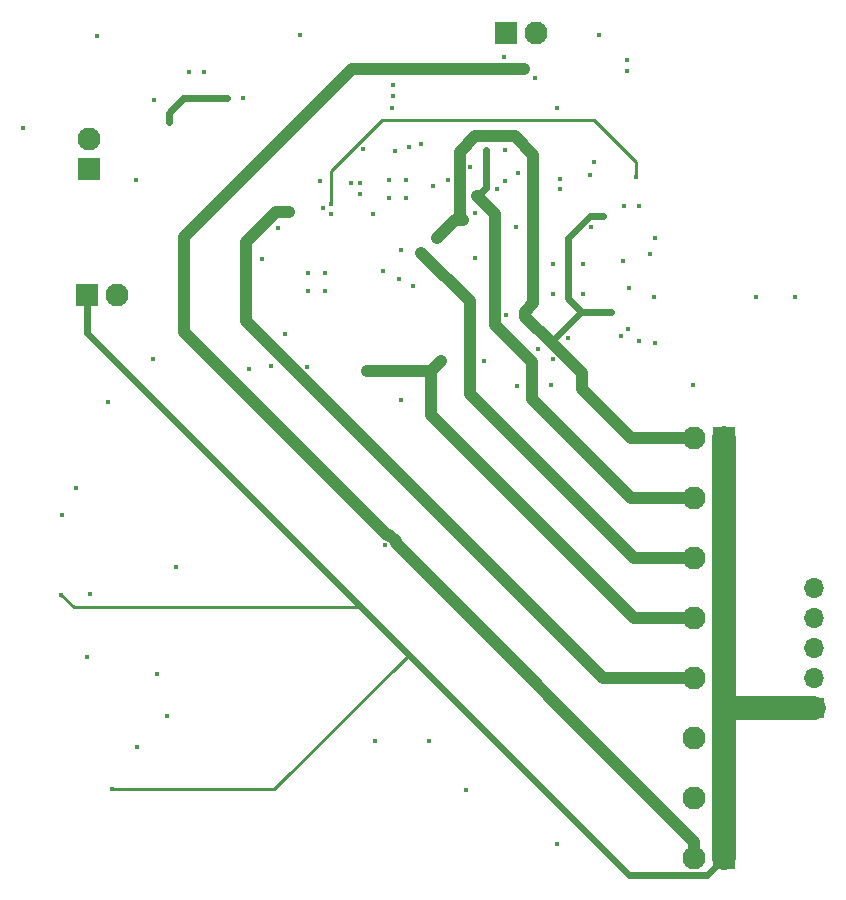
<source format=gbr>
%TF.GenerationSoftware,KiCad,Pcbnew,8.0.3*%
%TF.CreationDate,2024-06-23T22:11:50-05:00*%
%TF.ProjectId,GeckoDevelopmentBoard,4765636b-6f44-4657-9665-6c6f706d656e,rev?*%
%TF.SameCoordinates,Original*%
%TF.FileFunction,Copper,L3,Inr*%
%TF.FilePolarity,Positive*%
%FSLAX46Y46*%
G04 Gerber Fmt 4.6, Leading zero omitted, Abs format (unit mm)*
G04 Created by KiCad (PCBNEW 8.0.3) date 2024-06-23 22:11:50*
%MOMM*%
%LPD*%
G01*
G04 APERTURE LIST*
%TA.AperFunction,ComponentPad*%
%ADD10R,1.700000X1.700000*%
%TD*%
%TA.AperFunction,ComponentPad*%
%ADD11O,1.700000X1.700000*%
%TD*%
%TA.AperFunction,ComponentPad*%
%ADD12R,1.950000X1.950000*%
%TD*%
%TA.AperFunction,ComponentPad*%
%ADD13C,1.950000*%
%TD*%
%TA.AperFunction,ViaPad*%
%ADD14C,0.450000*%
%TD*%
%TA.AperFunction,Conductor*%
%ADD15C,1.000000*%
%TD*%
%TA.AperFunction,Conductor*%
%ADD16C,0.570000*%
%TD*%
%TA.AperFunction,Conductor*%
%ADD17C,0.254000*%
%TD*%
%TA.AperFunction,Conductor*%
%ADD18C,2.000000*%
%TD*%
G04 APERTURE END LIST*
D10*
%TO.N,+3V0*%
%TO.C,J202*%
X125860000Y-112540000D03*
D11*
%TO.N,P1.15*%
X125860000Y-110000000D03*
%TO.N,GND*%
X125860000Y-107460000D03*
X125860000Y-104920000D03*
X125860000Y-102380000D03*
%TD*%
D12*
%TO.N,+3V0*%
%TO.C,JP104*%
X118240000Y-115075000D03*
D13*
%TO.N,Net-(JP104-B)*%
X115700000Y-115075000D03*
%TD*%
D12*
%TO.N,+3V0*%
%TO.C,JP201*%
X118240000Y-125235000D03*
D13*
%TO.N,Net-(IC200-VDD)*%
X115700000Y-125235000D03*
%TD*%
D12*
%TO.N,VCELL*%
%TO.C,JP202*%
X99730000Y-55400000D03*
D13*
%TO.N,Net-(JP202-B)*%
X102270000Y-55400000D03*
%TD*%
D12*
%TO.N,+3V0*%
%TO.C,JP1*%
X118240000Y-89675000D03*
D13*
%TO.N,Net-(JP1-B)*%
X115700000Y-89675000D03*
%TD*%
D12*
%TO.N,+3V0*%
%TO.C,JP10*%
X118240000Y-109995000D03*
D13*
%TO.N,Net-(IC1-VDD)*%
X115700000Y-109995000D03*
%TD*%
D12*
%TO.N,+3V0*%
%TO.C,JP102*%
X118240000Y-120155000D03*
D13*
%TO.N,Net-(JP102-B)*%
X115700000Y-120155000D03*
%TD*%
D12*
%TO.N,+3V0*%
%TO.C,JP203*%
X118240000Y-99835000D03*
D13*
%TO.N,Net-(JP203-B)*%
X115700000Y-99835000D03*
%TD*%
D12*
%TO.N,+3V0*%
%TO.C,JP100*%
X64250000Y-77595000D03*
D13*
%TO.N,Net-(D100-K)*%
X66790000Y-77595000D03*
%TD*%
D12*
%TO.N,VBUS*%
%TO.C,JP200*%
X64470000Y-66940000D03*
D13*
%TO.N,Net-(D200-K)*%
X64470000Y-64400000D03*
%TD*%
D12*
%TO.N,+3V0*%
%TO.C,JP101*%
X118240000Y-104915000D03*
D13*
%TO.N,Net-(JP101-B)*%
X115700000Y-104915000D03*
%TD*%
D12*
%TO.N,+3V0*%
%TO.C,JP103*%
X118240000Y-94755000D03*
D13*
%TO.N,Net-(JP103-B)*%
X115700000Y-94755000D03*
%TD*%
D14*
%TO.N,GND*%
X120925000Y-77700000D03*
X103750000Y-77450000D03*
X98975000Y-68625000D03*
X88475000Y-70675000D03*
X77500000Y-60900000D03*
X84475000Y-75750000D03*
X111000000Y-70025000D03*
X84000000Y-67900000D03*
X82975000Y-77250000D03*
X104100000Y-124025000D03*
X65100000Y-55650000D03*
X87675000Y-65225000D03*
X97925000Y-83175000D03*
X88650000Y-115350000D03*
X66025000Y-86650000D03*
X112325000Y-77700000D03*
X124200000Y-77725000D03*
X69900000Y-83000000D03*
X109710000Y-70000000D03*
X82975000Y-75750000D03*
X82300000Y-55550000D03*
X96350000Y-119500000D03*
X79075000Y-74525000D03*
X112350000Y-72750000D03*
X69975000Y-61050000D03*
X90900000Y-73725000D03*
X90150000Y-61700000D03*
X90175000Y-60750000D03*
X106290000Y-77450000D03*
X110150000Y-76950000D03*
X100575000Y-71825000D03*
X115600000Y-85175000D03*
X103775000Y-83000000D03*
X111950000Y-74075000D03*
X107600000Y-55525000D03*
X89825000Y-69375000D03*
X68400000Y-67875000D03*
X97100000Y-70600000D03*
X110050000Y-80475000D03*
X104325000Y-67775000D03*
X106290000Y-74910000D03*
X80425000Y-71875000D03*
X102200175Y-59225175D03*
X103750000Y-74910000D03*
X89825000Y-67875000D03*
X58850000Y-63425000D03*
X94850000Y-67850000D03*
X91325000Y-69375000D03*
X93225000Y-115325000D03*
X96750000Y-66775000D03*
X99750000Y-79250000D03*
X97150000Y-74400000D03*
X90200000Y-59825000D03*
X68525000Y-115825000D03*
X90900000Y-86475000D03*
X64550000Y-102875000D03*
X84475000Y-77250000D03*
X100775000Y-67275000D03*
X91325000Y-67875000D03*
%TO.N,Net-(JP1-B)*%
X101375000Y-78975000D03*
X93900000Y-72725000D03*
X103550000Y-81575000D03*
X107950000Y-70875000D03*
X96100000Y-71225000D03*
X102086382Y-72411382D03*
X108650000Y-78975000D03*
%TO.N,Net-(U1-DEC4)*%
X109700000Y-74700000D03*
X104300000Y-68600000D03*
%TO.N,/Power/VSYS*%
X93600000Y-68375000D03*
X91566268Y-65066268D03*
X87425000Y-69000000D03*
%TO.N,VBUS*%
X84225000Y-70225000D03*
X84950000Y-69875000D03*
X84950000Y-70675000D03*
X110750000Y-67575000D03*
%TO.N,Net-(IC1-VDD)*%
X81425000Y-70505000D03*
X77750000Y-76500000D03*
%TO.N,USB_RTS*%
X91900000Y-76800000D03*
X82900000Y-83650000D03*
%TO.N,Net-(JP103-B)*%
X97300000Y-69225000D03*
X98050000Y-65300000D03*
%TO.N,D+*%
X72948000Y-58700000D03*
X74200000Y-58700000D03*
%TO.N,USB_CTS*%
X81050000Y-80875000D03*
X78025000Y-83875000D03*
%TO.N,FUEL_ALERT*%
X99600000Y-57400000D03*
X104100000Y-61700000D03*
%TO.N,SDA*%
X99700000Y-67900000D03*
X99700000Y-65300000D03*
%TO.N,SWO*%
X71850000Y-100575000D03*
X64325000Y-108200000D03*
X109500000Y-81075000D03*
%TO.N,SWDCLK*%
X112375000Y-81650000D03*
X71025000Y-113175000D03*
%TO.N,~{RESET}*%
X102475000Y-82125000D03*
X62150000Y-96175000D03*
%TO.N,SWDIO*%
X111000000Y-81450000D03*
X70175000Y-109675000D03*
%TO.N,+3V0*%
X62125000Y-102950000D03*
X66375000Y-119425000D03*
%TO.N,USB_TX*%
X89350000Y-75550000D03*
X63350000Y-93925000D03*
%TO.N,USB_RX*%
X90700000Y-76175000D03*
X79850000Y-83600000D03*
%TO.N,Net-(JP101-B)*%
X94250000Y-83175000D03*
X88025000Y-83975000D03*
%TO.N,Net-(JP203-B)*%
X92575000Y-73975000D03*
%TO.N,Net-(IC200-VDD)*%
X101325000Y-58450000D03*
%TO.N,Net-(SW200-B)*%
X110000000Y-58575000D03*
X87425000Y-68075000D03*
X86625000Y-68075000D03*
X110000000Y-57675000D03*
%TO.N,Net-(D200-A)*%
X76150000Y-60875000D03*
X71200000Y-62125000D03*
X71200000Y-62925000D03*
%TO.N,SCK*%
X100700000Y-85235000D03*
X103600000Y-85200000D03*
%TO.N,LCD_RESET*%
X105000582Y-81249418D03*
X89500000Y-98775000D03*
%TO.N,Charge Error*%
X107200000Y-66300000D03*
X90400000Y-65400000D03*
%TO.N,Charging*%
X92600000Y-64775000D03*
X106900000Y-67400000D03*
%TO.N,P1.15*%
X106925000Y-71796232D03*
%TD*%
D15*
%TO.N,Net-(JP1-B)*%
X101375000Y-79400000D02*
X101375000Y-78975000D01*
X102086382Y-65736382D02*
X100500000Y-64150000D01*
X106225000Y-85525000D02*
X106225000Y-84141852D01*
X115700000Y-89675000D02*
X110375000Y-89675000D01*
X101375000Y-78975000D02*
X102086382Y-78263618D01*
X97100000Y-64150000D02*
X95825000Y-65425000D01*
D16*
X106150000Y-78975000D02*
X108650000Y-78975000D01*
X107950000Y-70875000D02*
X106842140Y-70875000D01*
X104975000Y-72742140D02*
X104975000Y-77800000D01*
D15*
X96100000Y-71225000D02*
X95400000Y-71225000D01*
D16*
X103550000Y-81575000D02*
X106150000Y-78975000D01*
D15*
X95400000Y-71225000D02*
X93900000Y-72725000D01*
X102086382Y-78263618D02*
X102086382Y-65736382D01*
X103550000Y-81575000D02*
X101375000Y-79400000D01*
D16*
X106842140Y-70875000D02*
X104975000Y-72742140D01*
X102086382Y-72411382D02*
X102086382Y-78263618D01*
D15*
X110375000Y-89675000D02*
X106225000Y-85525000D01*
D16*
X102086382Y-65736382D02*
X102086382Y-72411382D01*
D15*
X95825000Y-65425000D02*
X95825000Y-70950000D01*
D16*
X104975000Y-77800000D02*
X106150000Y-78975000D01*
D15*
X100500000Y-64150000D02*
X97100000Y-64150000D01*
X106225000Y-84141852D02*
X103604074Y-81520926D01*
X95825000Y-70950000D02*
X96100000Y-71225000D01*
D17*
%TO.N,VBUS*%
X89300000Y-62750000D02*
X84950000Y-67100000D01*
X110750000Y-67575000D02*
X110750000Y-66275000D01*
X110750000Y-66275000D02*
X107225000Y-62750000D01*
X84950000Y-67100000D02*
X84950000Y-69875000D01*
X107225000Y-62750000D02*
X89300000Y-62750000D01*
D15*
%TO.N,Net-(IC1-VDD)*%
X107936852Y-109995000D02*
X77750000Y-79808148D01*
X77750000Y-76500000D02*
X77750000Y-73075000D01*
X81425000Y-70505000D02*
X80320000Y-70505000D01*
X77750000Y-79808148D02*
X77750000Y-76500000D01*
X115700000Y-109995000D02*
X107936852Y-109995000D01*
X77750000Y-73075000D02*
X80320000Y-70505000D01*
%TO.N,Net-(JP103-B)*%
X98800000Y-70725000D02*
X97300000Y-69225000D01*
X98800000Y-80125000D02*
X98800000Y-70725000D01*
X115700000Y-94755000D02*
X110330000Y-94755000D01*
D16*
X98050000Y-68475000D02*
X97300000Y-69225000D01*
D15*
X101925000Y-86350000D02*
X101925000Y-83250000D01*
X110330000Y-94755000D02*
X101925000Y-86350000D01*
X101925000Y-83250000D02*
X98800000Y-80125000D01*
D16*
X98050000Y-65300000D02*
X98050000Y-68475000D01*
D17*
%TO.N,+3V0*%
X63150000Y-103975000D02*
X62125000Y-102950000D01*
D16*
X116780000Y-126695000D02*
X110170000Y-126695000D01*
X91525000Y-108050000D02*
X87450000Y-103975000D01*
D18*
X118250000Y-112540000D02*
X118240000Y-112550000D01*
D17*
X87450000Y-103975000D02*
X63150000Y-103975000D01*
D18*
X125860000Y-112540000D02*
X118250000Y-112540000D01*
D16*
X64250000Y-80775000D02*
X64250000Y-77595000D01*
D17*
X80150000Y-119425000D02*
X91525000Y-108050000D01*
X66375000Y-119425000D02*
X80150000Y-119425000D01*
D16*
X110170000Y-126695000D02*
X91525000Y-108050000D01*
X87450000Y-103975000D02*
X64250000Y-80775000D01*
X118240000Y-125235000D02*
X116780000Y-126695000D01*
D18*
X118240000Y-89675000D02*
X118240000Y-112550000D01*
X118240000Y-112550000D02*
X118240000Y-125235000D01*
D15*
%TO.N,Net-(JP101-B)*%
X93450000Y-87745000D02*
X93450000Y-83975000D01*
X93450000Y-83975000D02*
X88025000Y-83975000D01*
X115700000Y-104915000D02*
X110620000Y-104915000D01*
X110620000Y-104915000D02*
X93450000Y-87745000D01*
X93450000Y-83975000D02*
X94250000Y-83175000D01*
%TO.N,Net-(JP203-B)*%
X110620000Y-99835000D02*
X96700000Y-85915000D01*
X96700000Y-85915000D02*
X96700000Y-78100000D01*
X115700000Y-99835000D02*
X110620000Y-99835000D01*
X96700000Y-78100000D02*
X92575000Y-73975000D01*
%TO.N,Net-(IC200-VDD)*%
X72525000Y-80675000D02*
X72525000Y-72625000D01*
X115700000Y-123850000D02*
X90425000Y-98575000D01*
X90425000Y-98575000D02*
X90425000Y-98391852D01*
X89883148Y-97850000D02*
X89700000Y-97850000D01*
X90425000Y-98391852D02*
X89883148Y-97850000D01*
X72525000Y-72625000D02*
X86700000Y-58450000D01*
X86700000Y-58450000D02*
X101325000Y-58450000D01*
X89700000Y-97850000D02*
X72525000Y-80675000D01*
X115700000Y-125235000D02*
X115700000Y-123850000D01*
D16*
%TO.N,Net-(D200-A)*%
X71200000Y-62125000D02*
X71200000Y-62925000D01*
X76150000Y-60875000D02*
X72450000Y-60875000D01*
X72450000Y-60875000D02*
X71200000Y-62125000D01*
%TD*%
M02*

</source>
